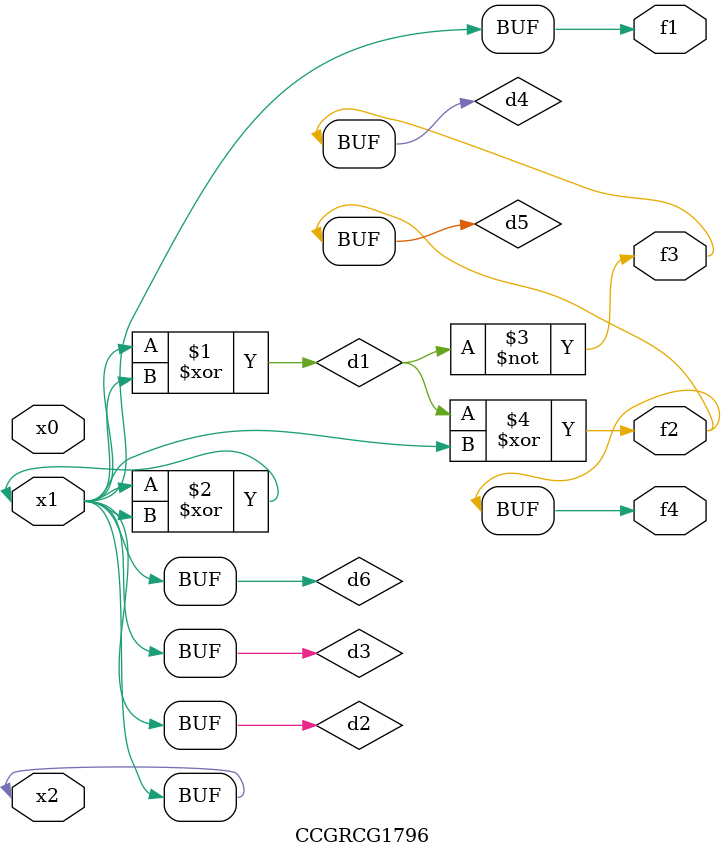
<source format=v>
module CCGRCG1796(
	input x0, x1, x2,
	output f1, f2, f3, f4
);

	wire d1, d2, d3, d4, d5, d6;

	xor (d1, x1, x2);
	buf (d2, x1, x2);
	xor (d3, x1, x2);
	nor (d4, d1);
	xor (d5, d1, d2);
	buf (d6, d2, d3);
	assign f1 = d6;
	assign f2 = d5;
	assign f3 = d4;
	assign f4 = d5;
endmodule

</source>
